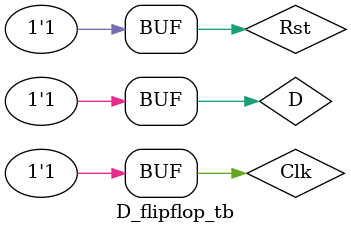
<source format=v>
module D_flipflop(Q, D, Clk, Rst);
    output Q;
    input D, Clk, Rst;
    reg Q;

    always @(posedge Clk, negedge Rst)
        if (!Rst) Q <= 1'b0;
        else Q <= D;
endmodule

module D_flipflop_tb;
    reg D, Clk, Rst;
    wire Q;

    D_flipflop UUT(Q, D, Clk, Rst);
    
    initial begin 
        Clk = 1'b0;
        Rst = 1;
        D <= 0;
        #10;
        Rst = 0;
        D <= 1;
        Clk = ~Clk;
        #10;
        Rst = 1;
        D <= 1;
        Clk = ~Clk;
        #10;
        D <= 1;
        Clk = ~Clk;
    end 
    initial $monitor("D = %b, Clk = %b, Rst = %b, Q = %b", D, Clk, Rst, Q); 

endmodule
</source>
